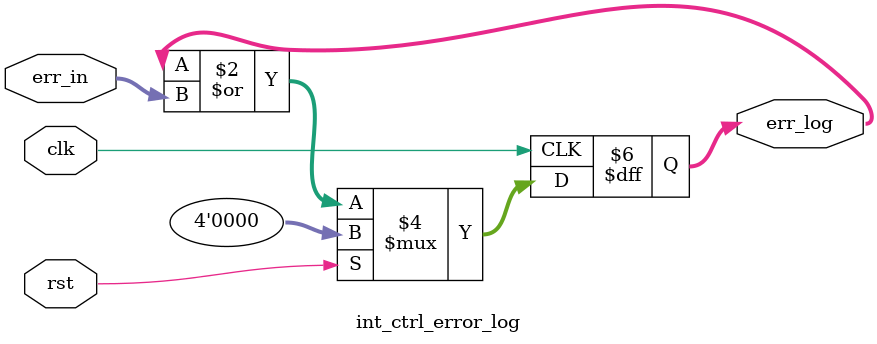
<source format=sv>
module int_ctrl_error_log #(ERR_BITS=4)(
    input clk, rst,
    input [ERR_BITS-1:0] err_in,
    output reg [ERR_BITS-1:0] err_log
);
always @(posedge clk) begin
    if(rst) err_log <= 0;
    else err_log <= err_log | err_in;
end
endmodule
</source>
